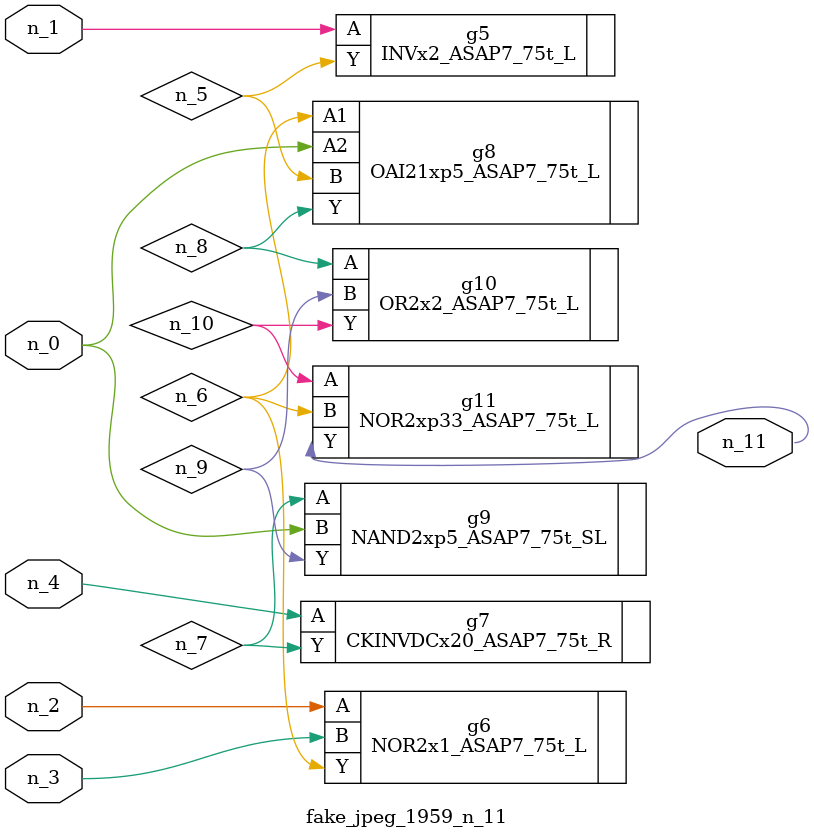
<source format=v>
module fake_jpeg_1959_n_11 (n_3, n_2, n_1, n_0, n_4, n_11);

input n_3;
input n_2;
input n_1;
input n_0;
input n_4;

output n_11;

wire n_10;
wire n_8;
wire n_9;
wire n_6;
wire n_5;
wire n_7;

INVx2_ASAP7_75t_L g5 ( 
.A(n_1),
.Y(n_5)
);

NOR2x1_ASAP7_75t_L g6 ( 
.A(n_2),
.B(n_3),
.Y(n_6)
);

CKINVDCx20_ASAP7_75t_R g7 ( 
.A(n_4),
.Y(n_7)
);

OAI21xp5_ASAP7_75t_L g8 ( 
.A1(n_6),
.A2(n_0),
.B(n_5),
.Y(n_8)
);

OR2x2_ASAP7_75t_L g10 ( 
.A(n_8),
.B(n_9),
.Y(n_10)
);

NAND2xp5_ASAP7_75t_SL g9 ( 
.A(n_7),
.B(n_0),
.Y(n_9)
);

NOR2xp33_ASAP7_75t_L g11 ( 
.A(n_10),
.B(n_6),
.Y(n_11)
);


endmodule
</source>
